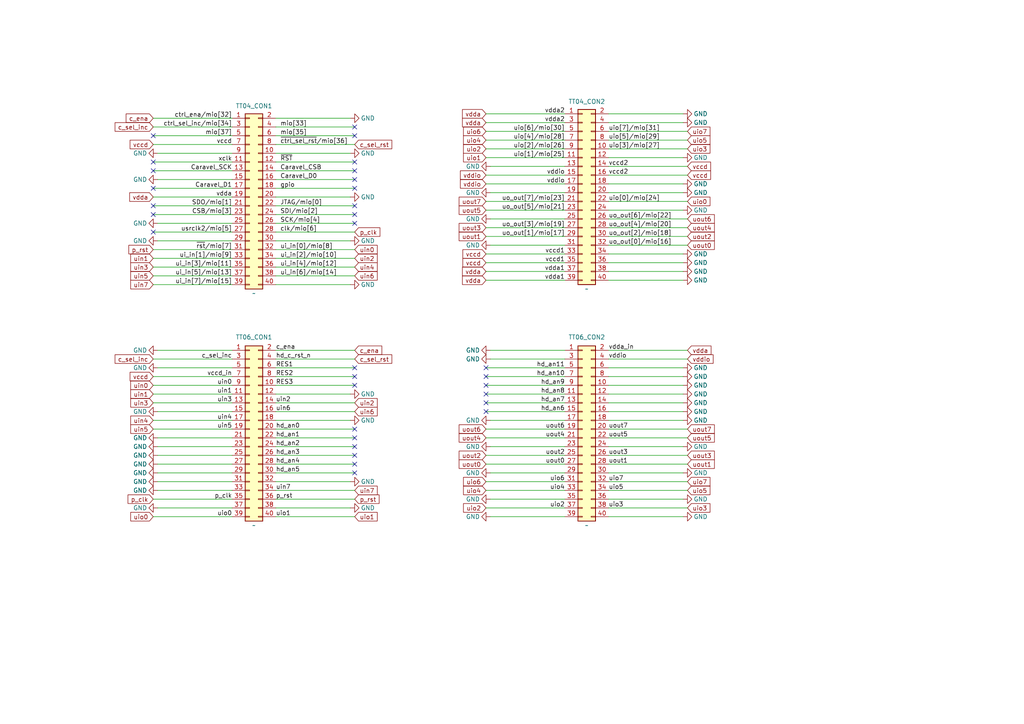
<source format=kicad_sch>
(kicad_sch (version 20231120) (generator "eeschema") (generator_version "8.0")
  (paper "A4")
  (lib_symbols
    (symbol "Connector_Generic:Conn_02x20_Odd_Even" (pin_names (offset 1.016) hide)
      (property "Reference" "J" (at 1.27 25.4 0))
      (property "Value" "Conn_02x20_Odd_Even" (at 1.27 -27.94 0))
      (symbol "Conn_02x20_Odd_Even_1_1"
        (rectangle (start -1.27 -25.273) (end 0 -25.527) (stroke (width 0.1524)))
        (rectangle (start -1.27 -22.733) (end 0 -22.987) (stroke (width 0.1524)))
        (rectangle (start -1.27 -20.193) (end 0 -20.447) (stroke (width 0.1524)))
        (rectangle (start -1.27 -17.653) (end 0 -17.907) (stroke (width 0.1524)))
        (rectangle (start -1.27 -15.113) (end 0 -15.367) (stroke (width 0.1524)))
        (rectangle (start -1.27 -12.573) (end 0 -12.827) (stroke (width 0.1524)))
        (rectangle (start -1.27 -10.033) (end 0 -10.287) (stroke (width 0.1524)))
        (rectangle (start -1.27 -7.493) (end 0 -7.747) (stroke (width 0.1524)))
        (rectangle (start -1.27 -4.953) (end 0 -5.207) (stroke (width 0.1524)))
        (rectangle (start -1.27 -2.413) (end 0 -2.667) (stroke (width 0.1524)))
        (rectangle (start -1.27 0.127) (end 0 -0.127) (stroke (width 0.1524)))
        (rectangle (start -1.27 2.667) (end 0 2.413) (stroke (width 0.1524)))
        (rectangle (start -1.27 5.207) (end 0 4.953) (stroke (width 0.1524)))
        (rectangle (start -1.27 7.747) (end 0 7.493) (stroke (width 0.1524)))
        (rectangle (start -1.27 10.287) (end 0 10.033) (stroke (width 0.1524)))
        (rectangle (start -1.27 12.827) (end 0 12.573) (stroke (width 0.1524)))
        (rectangle (start -1.27 15.367) (end 0 15.113) (stroke (width 0.1524)))
        (rectangle (start -1.27 17.907) (end 0 17.653) (stroke (width 0.1524)))
        (rectangle (start -1.27 20.447) (end 0 20.193) (stroke (width 0.1524)))
        (rectangle (start -1.27 22.987) (end 0 22.733) (stroke (width 0.1524)))
        (rectangle (start -1.27 24.13) (end 3.81 -26.67) (stroke (width 0.254)) (fill (type background)))
        (rectangle (start 3.81 -25.273) (end 2.54 -25.527) (stroke (width 0.1524)))
        (rectangle (start 3.81 -22.733) (end 2.54 -22.987) (stroke (width 0.1524)))
        (rectangle (start 3.81 -20.193) (end 2.54 -20.447) (stroke (width 0.1524)))
        (rectangle (start 3.81 -17.653) (end 2.54 -17.907) (stroke (width 0.1524)))
        (rectangle (start 3.81 -15.113) (end 2.54 -15.367) (stroke (width 0.1524)))
        (rectangle (start 3.81 -12.573) (end 2.54 -12.827) (stroke (width 0.1524)))
        (rectangle (start 3.81 -10.033) (end 2.54 -10.287) (stroke (width 0.1524)))
        (rectangle (start 3.81 -7.493) (end 2.54 -7.747) (stroke (width 0.1524)))
        (rectangle (start 3.81 -4.953) (end 2.54 -5.207) (stroke (width 0.1524)))
        (rectangle (start 3.81 -2.413) (end 2.54 -2.667) (stroke (width 0.1524)))
        (rectangle (start 3.81 0.127) (end 2.54 -0.127) (stroke (width 0.1524)))
        (rectangle (start 3.81 2.667) (end 2.54 2.413) (stroke (width 0.1524)))
        (rectangle (start 3.81 5.207) (end 2.54 4.953) (stroke (width 0.1524)))
        (rectangle (start 3.81 7.747) (end 2.54 7.493) (stroke (width 0.1524)))
        (rectangle (start 3.81 10.287) (end 2.54 10.033) (stroke (width 0.1524)))
        (rectangle (start 3.81 12.827) (end 2.54 12.573) (stroke (width 0.1524)))
        (rectangle (start 3.81 15.367) (end 2.54 15.113) (stroke (width 0.1524)))
        (rectangle (start 3.81 17.907) (end 2.54 17.653) (stroke (width 0.1524)))
        (rectangle (start 3.81 20.447) (end 2.54 20.193) (stroke (width 0.1524)))
        (rectangle (start 3.81 22.987) (end 2.54 22.733) (stroke (width 0.1524)))
        (pin passive line (at -5.08 22.86 0) (length 3.81) (name "Pin_1") (number "1"))
        (pin passive line (at 7.62 12.7 180) (length 3.81) (name "Pin_10") (number "10"))
        (pin passive line (at -5.08 10.16 0) (length 3.81) (name "Pin_11") (number "11"))
        (pin passive line (at 7.62 10.16 180) (length 3.81) (name "Pin_12") (number "12"))
        (pin passive line (at -5.08 7.62 0) (length 3.81) (name "Pin_13") (number "13"))
        (pin passive line (at 7.62 7.62 180) (length 3.81) (name "Pin_14") (number "14"))
        (pin passive line (at -5.08 5.08 0) (length 3.81) (name "Pin_15") (number "15"))
        (pin passive line (at 7.62 5.08 180) (length 3.81) (name "Pin_16") (number "16"))
        (pin passive line (at -5.08 2.54 0) (length 3.81) (name "Pin_17") (number "17"))
        (pin passive line (at 7.62 2.54 180) (length 3.81) (name "Pin_18") (number "18"))
        (pin passive line (at -5.08 0 0) (length 3.81) (name "Pin_19") (number "19"))
        (pin passive line (at 7.62 22.86 180) (length 3.81) (name "Pin_2") (number "2"))
        (pin passive line (at 7.62 0 180) (length 3.81) (name "Pin_20") (number "20"))
        (pin passive line (at -5.08 -2.54 0) (length 3.81) (name "Pin_21") (number "21"))
        (pin passive line (at 7.62 -2.54 180) (length 3.81) (name "Pin_22") (number "22"))
        (pin passive line (at -5.08 -5.08 0) (length 3.81) (name "Pin_23") (number "23"))
        (pin passive line (at 7.62 -5.08 180) (length 3.81) (name "Pin_24") (number "24"))
        (pin passive line (at -5.08 -7.62 0) (length 3.81) (name "Pin_25") (number "25"))
        (pin passive line (at 7.62 -7.62 180) (length 3.81) (name "Pin_26") (number "26"))
        (pin passive line (at -5.08 -10.16 0) (length 3.81) (name "Pin_27") (number "27"))
        (pin passive line (at 7.62 -10.16 180) (length 3.81) (name "Pin_28") (number "28"))
        (pin passive line (at -5.08 -12.7 0) (length 3.81) (name "Pin_29") (number "29"))
        (pin passive line (at -5.08 20.32 0) (length 3.81) (name "Pin_3") (number "3"))
        (pin passive line (at 7.62 -12.7 180) (length 3.81) (name "Pin_30") (number "30"))
        (pin passive line (at -5.08 -15.24 0) (length 3.81) (name "Pin_31") (number "31"))
        (pin passive line (at 7.62 -15.24 180) (length 3.81) (name "Pin_32") (number "32"))
        (pin passive line (at -5.08 -17.78 0) (length 3.81) (name "Pin_33") (number "33"))
        (pin passive line (at 7.62 -17.78 180) (length 3.81) (name "Pin_34") (number "34"))
        (pin passive line (at -5.08 -20.32 0) (length 3.81) (name "Pin_35") (number "35"))
        (pin passive line (at 7.62 -20.32 180) (length 3.81) (name "Pin_36") (number "36"))
        (pin passive line (at -5.08 -22.86 0) (length 3.81) (name "Pin_37") (number "37"))
        (pin passive line (at 7.62 -22.86 180) (length 3.81) (name "Pin_38") (number "38"))
        (pin passive line (at -5.08 -25.4 0) (length 3.81) (name "Pin_39") (number "39"))
        (pin passive line (at 7.62 20.32 180) (length 3.81) (name "Pin_4") (number "4"))
        (pin passive line (at 7.62 -25.4 180) (length 3.81) (name "Pin_40") (number "40"))
        (pin passive line (at -5.08 17.78 0) (length 3.81) (name "Pin_5") (number "5"))
        (pin passive line (at 7.62 17.78 180) (length 3.81) (name "Pin_6") (number "6"))
        (pin passive line (at -5.08 15.24 0) (length 3.81) (name "Pin_7") (number "7"))
        (pin passive line (at 7.62 15.24 180) (length 3.81) (name "Pin_8") (number "8"))
        (pin passive line (at -5.08 12.7 0) (length 3.81) (name "Pin_9") (number "9"))
      )
    )
    (symbol "power:GND" (power) (pin_names (offset 0))
      (property "Value" "GND" (at 0 -3.81 0))
      (symbol "GND_0_1"
        (polyline (pts (xy 0 0) (xy 0 -1.27) (xy 1.27 -1.27) (xy 0 -2.54) (xy -1.27 -1.27) (xy 0 -1.27)))
      )
      (symbol "GND_1_1"
        (pin power_in line (at 0 0 270) (length 0) hide (name "GND") (number "1"))
      )
    )
  )
  (no_connect (at 44.45 46.99))
  (no_connect (at 140.97 109.22))
  (no_connect (at 140.97 106.68))
  (no_connect (at 102.87 137.16))
  (no_connect (at 102.87 49.53))
  (no_connect (at 44.45 54.61))
  (no_connect (at 44.45 49.53))
  (no_connect (at 102.87 36.83))
  (no_connect (at 102.87 52.07))
  (no_connect (at 140.97 111.76))
  (no_connect (at 140.97 116.84))
  (no_connect (at 102.87 62.23))
  (no_connect (at 102.87 129.54))
  (no_connect (at 102.87 106.68))
  (no_connect (at 102.87 127))
  (no_connect (at 140.97 114.3))
  (no_connect (at 102.87 134.62))
  (no_connect (at 102.87 109.22))
  (no_connect (at 102.87 59.69))
  (no_connect (at 44.45 59.69))
  (no_connect (at 102.87 64.77))
  (no_connect (at 44.45 62.23))
  (no_connect (at 102.87 39.37))
  (no_connect (at 102.87 124.46))
  (no_connect (at 102.87 132.08))
  (no_connect (at 44.45 39.37))
  (no_connect (at 102.87 46.99))
  (no_connect (at 140.97 119.38))
  (no_connect (at 44.45 67.31))
  (no_connect (at 102.87 111.76))
  (no_connect (at 102.87 54.61))
  (wire (pts (xy 142.24 104.14) (xy 163.83 104.14)))
  (wire (pts (xy 176.53 101.6) (xy 199.39 101.6)))
  (wire (pts (xy 44.45 80.01) (xy 67.31 80.01)))
  (wire (pts (xy 44.45 36.83) (xy 67.31 36.83)))
  (wire (pts (xy 45.72 147.32) (xy 67.31 147.32)))
  (wire (pts (xy 140.97 132.08) (xy 163.83 132.08)))
  (wire (pts (xy 80.01 44.45) (xy 101.6 44.45)))
  (wire (pts (xy 44.45 114.3) (xy 67.31 114.3)))
  (wire (pts (xy 80.01 41.91) (xy 102.87 41.91)))
  (wire (pts (xy 142.24 144.78) (xy 163.83 144.78)))
  (wire (pts (xy 176.53 147.32) (xy 199.39 147.32)))
  (wire (pts (xy 142.24 101.6) (xy 163.83 101.6)))
  (wire (pts (xy 176.53 129.54) (xy 198.12 129.54)))
  (wire (pts (xy 140.97 81.28) (xy 163.83 81.28)))
  (wire (pts (xy 140.97 127) (xy 163.83 127)))
  (wire (pts (xy 44.45 144.78) (xy 67.31 144.78)))
  (wire (pts (xy 80.01 82.55) (xy 101.6 82.55)))
  (wire (pts (xy 140.97 116.84) (xy 163.83 116.84)))
  (wire (pts (xy 44.45 62.23) (xy 67.31 62.23)))
  (wire (pts (xy 45.72 64.77) (xy 67.31 64.77)))
  (wire (pts (xy 176.53 60.96) (xy 198.12 60.96)))
  (wire (pts (xy 142.24 149.86) (xy 163.83 149.86)))
  (wire (pts (xy 80.01 137.16) (xy 102.87 137.16)))
  (wire (pts (xy 44.45 67.31) (xy 67.31 67.31)))
  (wire (pts (xy 45.72 69.85) (xy 67.31 69.85)))
  (wire (pts (xy 45.72 101.6) (xy 67.31 101.6)))
  (wire (pts (xy 80.01 124.46) (xy 102.87 124.46)))
  (wire (pts (xy 142.24 63.5) (xy 163.83 63.5)))
  (wire (pts (xy 176.53 142.24) (xy 199.39 142.24)))
  (wire (pts (xy 176.53 45.72) (xy 198.12 45.72)))
  (wire (pts (xy 176.53 76.2) (xy 198.12 76.2)))
  (wire (pts (xy 101.6 69.85) (xy 80.01 69.85)))
  (wire (pts (xy 44.45 82.55) (xy 67.31 82.55)))
  (wire (pts (xy 140.97 142.24) (xy 163.83 142.24)))
  (wire (pts (xy 140.97 134.62) (xy 163.83 134.62)))
  (wire (pts (xy 80.01 129.54) (xy 102.87 129.54)))
  (wire (pts (xy 176.53 111.76) (xy 198.12 111.76)))
  (wire (pts (xy 140.97 111.76) (xy 163.83 111.76)))
  (wire (pts (xy 140.97 33.02) (xy 163.83 33.02)))
  (wire (pts (xy 80.01 77.47) (xy 102.87 77.47)))
  (wire (pts (xy 140.97 106.68) (xy 163.83 106.68)))
  (wire (pts (xy 176.53 144.78) (xy 198.12 144.78)))
  (wire (pts (xy 176.53 50.8) (xy 199.39 50.8)))
  (wire (pts (xy 140.97 50.8) (xy 163.83 50.8)))
  (wire (pts (xy 176.53 124.46) (xy 199.39 124.46)))
  (wire (pts (xy 44.45 49.53) (xy 67.31 49.53)))
  (wire (pts (xy 44.45 59.69) (xy 67.31 59.69)))
  (wire (pts (xy 44.45 34.29) (xy 67.31 34.29)))
  (wire (pts (xy 80.01 104.14) (xy 102.87 104.14)))
  (wire (pts (xy 176.53 78.74) (xy 198.12 78.74)))
  (wire (pts (xy 176.53 127) (xy 199.39 127)))
  (wire (pts (xy 176.53 106.68) (xy 198.12 106.68)))
  (wire (pts (xy 176.53 55.88) (xy 198.12 55.88)))
  (wire (pts (xy 44.45 149.86) (xy 67.31 149.86)))
  (wire (pts (xy 80.01 111.76) (xy 102.87 111.76)))
  (wire (pts (xy 80.01 134.62) (xy 102.87 134.62)))
  (wire (pts (xy 45.72 134.62) (xy 67.31 134.62)))
  (wire (pts (xy 140.97 119.38) (xy 163.83 119.38)))
  (wire (pts (xy 45.72 127) (xy 67.31 127)))
  (wire (pts (xy 44.45 109.22) (xy 67.31 109.22)))
  (wire (pts (xy 45.72 129.54) (xy 67.31 129.54)))
  (wire (pts (xy 44.45 57.15) (xy 67.31 57.15)))
  (wire (pts (xy 176.53 33.02) (xy 198.12 33.02)))
  (wire (pts (xy 44.45 54.61) (xy 67.31 54.61)))
  (wire (pts (xy 176.53 48.26) (xy 199.39 48.26)))
  (wire (pts (xy 80.01 62.23) (xy 102.87 62.23)))
  (wire (pts (xy 80.01 144.78) (xy 102.87 144.78)))
  (wire (pts (xy 45.72 132.08) (xy 67.31 132.08)))
  (wire (pts (xy 80.01 39.37) (xy 102.87 39.37)))
  (wire (pts (xy 142.24 71.12) (xy 163.83 71.12)))
  (wire (pts (xy 176.53 109.22) (xy 198.12 109.22)))
  (wire (pts (xy 140.97 73.66) (xy 163.83 73.66)))
  (wire (pts (xy 140.97 78.74) (xy 163.83 78.74)))
  (wire (pts (xy 44.45 104.14) (xy 67.31 104.14)))
  (wire (pts (xy 142.24 137.16) (xy 163.83 137.16)))
  (wire (pts (xy 140.97 45.72) (xy 163.83 45.72)))
  (wire (pts (xy 80.01 139.7) (xy 101.6 139.7)))
  (wire (pts (xy 80.01 34.29) (xy 101.6 34.29)))
  (wire (pts (xy 140.97 114.3) (xy 163.83 114.3)))
  (wire (pts (xy 142.24 55.88) (xy 163.83 55.88)))
  (wire (pts (xy 44.45 77.47) (xy 67.31 77.47)))
  (wire (pts (xy 140.97 58.42) (xy 163.83 58.42)))
  (wire (pts (xy 80.01 147.32) (xy 101.6 147.32)))
  (wire (pts (xy 176.53 66.04) (xy 199.39 66.04)))
  (wire (pts (xy 140.97 139.7) (xy 163.83 139.7)))
  (wire (pts (xy 45.72 106.68) (xy 67.31 106.68)))
  (wire (pts (xy 176.53 119.38) (xy 198.12 119.38)))
  (wire (pts (xy 45.72 119.38) (xy 67.31 119.38)))
  (wire (pts (xy 176.53 35.56) (xy 198.12 35.56)))
  (wire (pts (xy 80.01 80.01) (xy 102.87 80.01)))
  (wire (pts (xy 140.97 68.58) (xy 163.83 68.58)))
  (wire (pts (xy 176.53 132.08) (xy 199.39 132.08)))
  (wire (pts (xy 44.45 111.76) (xy 67.31 111.76)))
  (wire (pts (xy 44.45 116.84) (xy 67.31 116.84)))
  (wire (pts (xy 140.97 40.64) (xy 163.83 40.64)))
  (wire (pts (xy 80.01 106.68) (xy 102.87 106.68)))
  (wire (pts (xy 45.72 142.24) (xy 67.31 142.24)))
  (wire (pts (xy 176.53 134.62) (xy 199.39 134.62)))
  (wire (pts (xy 44.45 41.91) (xy 67.31 41.91)))
  (wire (pts (xy 80.01 72.39) (xy 102.87 72.39)))
  (wire (pts (xy 140.97 124.46) (xy 163.83 124.46)))
  (wire (pts (xy 80.01 116.84) (xy 102.87 116.84)))
  (wire (pts (xy 80.01 36.83) (xy 102.87 36.83)))
  (wire (pts (xy 45.72 137.16) (xy 67.31 137.16)))
  (wire (pts (xy 176.53 104.14) (xy 199.39 104.14)))
  (wire (pts (xy 142.24 48.26) (xy 163.83 48.26)))
  (wire (pts (xy 80.01 74.93) (xy 102.87 74.93)))
  (wire (pts (xy 140.97 43.18) (xy 163.83 43.18)))
  (wire (pts (xy 80.01 101.6) (xy 102.87 101.6)))
  (wire (pts (xy 80.01 114.3) (xy 101.6 114.3)))
  (wire (pts (xy 142.24 121.92) (xy 163.83 121.92)))
  (wire (pts (xy 176.53 53.34) (xy 198.12 53.34)))
  (wire (pts (xy 176.53 114.3) (xy 198.12 114.3)))
  (wire (pts (xy 45.72 52.07) (xy 67.31 52.07)))
  (wire (pts (xy 140.97 147.32) (xy 163.83 147.32)))
  (wire (pts (xy 80.01 49.53) (xy 102.87 49.53)))
  (wire (pts (xy 80.01 67.31) (xy 102.87 67.31)))
  (wire (pts (xy 176.53 71.12) (xy 199.39 71.12)))
  (wire (pts (xy 80.01 54.61) (xy 102.87 54.61)))
  (wire (pts (xy 176.53 68.58) (xy 199.39 68.58)))
  (wire (pts (xy 80.01 119.38) (xy 102.87 119.38)))
  (wire (pts (xy 140.97 53.34) (xy 163.83 53.34)))
  (wire (pts (xy 44.45 72.39) (xy 67.31 72.39)))
  (wire (pts (xy 80.01 127) (xy 102.87 127)))
  (wire (pts (xy 140.97 66.04) (xy 163.83 66.04)))
  (wire (pts (xy 80.01 109.22) (xy 102.87 109.22)))
  (wire (pts (xy 176.53 43.18) (xy 199.39 43.18)))
  (wire (pts (xy 44.45 46.99) (xy 67.31 46.99)))
  (wire (pts (xy 176.53 139.7) (xy 199.39 139.7)))
  (wire (pts (xy 80.01 64.77) (xy 102.87 64.77)))
  (wire (pts (xy 176.53 38.1) (xy 199.39 38.1)))
  (wire (pts (xy 140.97 109.22) (xy 163.83 109.22)))
  (wire (pts (xy 80.01 59.69) (xy 102.87 59.69)))
  (wire (pts (xy 176.53 81.28) (xy 198.12 81.28)))
  (wire (pts (xy 176.53 121.92) (xy 198.12 121.92)))
  (wire (pts (xy 176.53 40.64) (xy 199.39 40.64)))
  (wire (pts (xy 44.45 74.93) (xy 67.31 74.93)))
  (wire (pts (xy 176.53 73.66) (xy 198.12 73.66)))
  (wire (pts (xy 45.72 44.45) (xy 67.31 44.45)))
  (wire (pts (xy 140.97 76.2) (xy 163.83 76.2)))
  (wire (pts (xy 44.45 121.92) (xy 67.31 121.92)))
  (wire (pts (xy 80.01 52.07) (xy 102.87 52.07)))
  (wire (pts (xy 80.01 142.24) (xy 102.87 142.24)))
  (wire (pts (xy 44.45 39.37) (xy 67.31 39.37)))
  (wire (pts (xy 45.72 139.7) (xy 67.31 139.7)))
  (wire (pts (xy 80.01 57.15) (xy 101.6 57.15)))
  (wire (pts (xy 80.01 46.99) (xy 102.87 46.99)))
  (wire (pts (xy 140.97 35.56) (xy 163.83 35.56)))
  (wire (pts (xy 80.01 149.86) (xy 102.87 149.86)))
  (wire (pts (xy 80.01 121.92) (xy 101.6 121.92)))
  (wire (pts (xy 176.53 137.16) (xy 198.12 137.16)))
  (wire (pts (xy 176.53 149.86) (xy 198.12 149.86)))
  (wire (pts (xy 176.53 63.5) (xy 199.39 63.5)))
  (wire (pts (xy 176.53 116.84) (xy 198.12 116.84)))
  (wire (pts (xy 80.01 132.08) (xy 102.87 132.08)))
  (wire (pts (xy 44.45 124.46) (xy 67.31 124.46)))
  (wire (pts (xy 140.97 60.96) (xy 163.83 60.96)))
  (wire (pts (xy 140.97 38.1) (xy 163.83 38.1)))
  (wire (pts (xy 142.24 129.54) (xy 163.83 129.54)))
  (wire (pts (xy 176.53 58.42) (xy 199.39 58.42)))
  (label "uin6" (at 80.01 119.38 0))
  (label "uio[5]{slash}mio[29]" (at 176.53 40.64 0))
  (label "vddio" (at 163.83 53.34 180))
  (label "ui_in[5]{slash}mio[13]" (at 67.31 80.01 180))
  (label "hd_an7" (at 163.83 116.84 180))
  (label "mio[35]" (at 81.28 39.37 0))
  (label "uout3" (at 176.53 132.08 0))
  (label "ctrl_sel_inc{slash}mio[34]" (at 67.31 36.83 180))
  (label "uio[1]{slash}mio[25]" (at 163.83 45.72 180))
  (label "uo_out[1]{slash}mio[17]" (at 163.83 68.58 180))
  (label "uin5" (at 67.31 124.46 180))
  (label "CSB{slash}mio[3]" (at 67.31 62.23 180))
  (label "uio4" (at 163.83 142.24 180))
  (label "vccd1" (at 163.83 73.66 180))
  (label "vdda" (at 67.31 57.15 180))
  (label "hd_an3" (at 80.01 132.08 0))
  (label "vccd2" (at 176.53 48.26 0))
  (label "uio0" (at 67.31 149.86 180))
  (label "uo_out[7]{slash}mio[23]" (at 163.83 58.42 180))
  (label "uin2" (at 80.01 116.84 0))
  (label "SDO{slash}mio[1]" (at 67.31 59.69 180))
  (label "uo_out[2]{slash}mio[18]" (at 176.53 68.58 0))
  (label "uo_out[6]{slash}mio[22]" (at 176.53 63.5 0))
  (label "vdda1" (at 163.83 81.28 180))
  (label "mio[33]" (at 81.28 36.83 0))
  (label "vdda_in" (at 176.53 101.6 0))
  (label "uio5" (at 176.53 142.24 0))
  (label "c_sel_inc" (at 67.31 104.14 180))
  (label "ui_in[4]{slash}mio[12]" (at 81.28 77.47 0))
  (label "Caravel_D1" (at 67.31 54.61 180))
  (label "RES1" (at 80.01 106.68 0))
  (label "uio[3]{slash}mio[27]" (at 176.53 43.18 0))
  (label "uio2" (at 163.83 147.32 180))
  (label "hd_an5" (at 80.01 137.16 0))
  (label "hd_an4" (at 80.01 134.62 0))
  (label "uout5" (at 176.53 127 0))
  (label "uin1" (at 67.31 114.3 180))
  (label "Caravel_D0" (at 81.28 52.07 0))
  (label "vdda2" (at 163.83 35.56 180))
  (label "Caravel_CSB" (at 81.28 49.53 0))
  (label "uout7" (at 176.53 124.46 0))
  (label "uio3" (at 176.53 147.32 0))
  (label "SCK{slash}mio[4]" (at 81.28 64.77 0))
  (label "hd_an11" (at 163.83 106.68 180))
  (label "uin3" (at 67.31 116.84 180))
  (label "vccd" (at 67.31 41.91 180))
  (label "hd_an1" (at 80.01 127 0))
  (label "SDI{slash}mio[2]" (at 81.28 62.23 0))
  (label "uout4" (at 163.83 127 180))
  (label "mio[37]" (at 67.31 39.37 180))
  (label "hd_an2" (at 80.01 129.54 0))
  (label "uout2" (at 163.83 132.08 180))
  (label "RES3" (at 80.01 111.76 0))
  (label "hd_an10" (at 163.83 109.22 180))
  (label "hd_an0" (at 80.01 124.46 0))
  (label "uo_out[3]{slash}mio[19]" (at 163.83 66.04 180))
  (label "RES2" (at 80.01 109.22 0))
  (label "uio[7]{slash}mio[31]" (at 176.53 38.1 0))
  (label "ui_in[1]{slash}mio[9]" (at 67.31 74.93 180))
  (label "vccd1" (at 163.83 76.2 180))
  (label "vccd2" (at 176.53 50.8 0))
  (label "uio1" (at 80.01 149.86 0))
  (label "vddio" (at 163.83 50.8 180))
  (label "hd_an9" (at 163.83 111.76 180))
  (label "hd_an8" (at 163.83 114.3 180))
  (label "JTAG{slash}mio[0]" (at 81.28 59.69 0))
  (label "hd_an6" (at 163.83 119.38 180))
  (label "ctrl_ena{slash}mio[32]" (at 67.31 34.29 180))
  (label "uo_out[0]{slash}mio[16]" (at 176.53 71.12 0))
  (label "ui_in[6]{slash}mio[14]" (at 81.28 80.01 0))
  (label "~{rst}{slash}mio[7]" (at 67.31 72.39 180))
  (label "ui_in[0]{slash}mio[8]" (at 81.28 72.39 0))
  (label "uio7" (at 176.53 139.7 0))
  (label "uo_out[4]{slash}mio[20]" (at 176.53 66.04 0))
  (label "uout1" (at 176.53 134.62 0))
  (label "vdda1" (at 163.83 78.74 180))
  (label "vdda2" (at 163.83 33.02 180))
  (label "uin0" (at 67.31 111.76 180))
  (label "vddio" (at 176.53 104.14 0))
  (label "~{RST}" (at 81.28 46.99 0))
  (label "c_ena" (at 80.01 101.6 0))
  (label "xclk" (at 67.31 46.99 180))
  (label "Caravel_SCK" (at 67.31 49.53 180))
  (label "hd_c_rst_n" (at 80.01 104.14 0))
  (label "usrclk2{slash}mio[5]" (at 67.31 67.31 180))
  (label "p_rst" (at 80.01 144.78 0))
  (label "~{ctrl_sel_rst}{slash}mio[36]" (at 81.28 41.91 0))
  (label "uout6" (at 163.83 124.46 180))
  (label "uo_out[5]{slash}mio[21]" (at 163.83 60.96 180))
  (label "uin7" (at 80.01 142.24 0))
  (label "ui_in[3]{slash}mio[11]" (at 67.31 77.47 180))
  (label "gpio" (at 81.28 54.61 0))
  (label "uio[2]{slash}mio[26]" (at 163.83 43.18 180))
  (label "ui_in[7]{slash}mio[15]" (at 67.31 82.55 180))
  (label "clk{slash}mio[6]" (at 81.28 67.31 0))
  (label "uin4" (at 67.31 121.92 180))
  (label "uout0" (at 163.83 134.62 180))
  (label "uio[6]{slash}mio[30]" (at 163.83 38.1 180))
  (label "p_clk" (at 67.31 144.78 180))
  (label "ui_in[2]{slash}mio[10]" (at 81.28 74.93 0))
  (label "uio[0]{slash}mio[24]" (at 176.53 58.42 0))
  (label "uio6" (at 163.83 139.7 180))
  (label "vccd_in" (at 67.31 109.22 180))
  (label "uio[4]{slash}mio[28]" (at 163.83 40.64 180))
  (global_label "c_ena" (shape input) (at 44.45 34.29 180) (property "Intersheetrefs" "${INTERSHEET_REFS}" (effects (hide yes))))
  (global_label "uout4" (shape input) (at 199.39 66.04 0) (property "Intersheetrefs" "${INTERSHEET_REFS}" (effects (hide yes))))
  (global_label "vdda" (shape input) (at 199.39 101.6 0) (property "Intersheetrefs" "${INTERSHEET_REFS}" (effects (hide yes))))
  (global_label "c_sel_rst" (shape input) (at 102.87 41.91 0) (property "Intersheetrefs" "${INTERSHEET_REFS}" (effects (hide yes))))
  (global_label "p_rst" (shape input) (at 102.87 144.78 0) (property "Intersheetrefs" "${INTERSHEET_REFS}" (effects (hide yes))))
  (global_label "uin0" (shape input) (at 102.87 72.39 0) (property "Intersheetrefs" "${INTERSHEET_REFS}" (effects (hide yes))))
  (global_label "uin6" (shape input) (at 102.87 80.01 0) (property "Intersheetrefs" "${INTERSHEET_REFS}" (effects (hide yes))))
  (global_label "vccd" (shape input) (at 44.45 109.22 180) (property "Intersheetrefs" "${INTERSHEET_REFS}" (effects (hide yes))))
  (global_label "uio1" (shape input) (at 140.97 45.72 180) (property "Intersheetrefs" "${INTERSHEET_REFS}" (effects (hide yes))))
  (global_label "p_clk" (shape input) (at 102.87 67.31 0) (property "Intersheetrefs" "${INTERSHEET_REFS}" (effects (hide yes))))
  (global_label "vdda" (shape input) (at 140.97 78.74 180) (property "Intersheetrefs" "${INTERSHEET_REFS}" (effects (hide yes))))
  (global_label "vddio" (shape input) (at 199.39 104.14 0) (property "Intersheetrefs" "${INTERSHEET_REFS}" (effects (hide yes))))
  (global_label "uout1" (shape input) (at 199.39 134.62 0) (property "Intersheetrefs" "${INTERSHEET_REFS}" (effects (hide yes))))
  (global_label "vdda" (shape input) (at 44.45 57.15 180) (property "Intersheetrefs" "${INTERSHEET_REFS}" (effects (hide yes))))
  (global_label "uin1" (shape input) (at 44.45 74.93 180) (property "Intersheetrefs" "${INTERSHEET_REFS}" (effects (hide yes))))
  (global_label "uin7" (shape input) (at 102.87 142.24 0) (property "Intersheetrefs" "${INTERSHEET_REFS}" (effects (hide yes))))
  (global_label "uout3" (shape input) (at 199.39 132.08 0) (property "Intersheetrefs" "${INTERSHEET_REFS}" (effects (hide yes))))
  (global_label "vdda" (shape input) (at 140.97 33.02 180) (property "Intersheetrefs" "${INTERSHEET_REFS}" (effects (hide yes))))
  (global_label "uout4" (shape input) (at 140.97 127 180) (property "Intersheetrefs" "${INTERSHEET_REFS}" (effects (hide yes))))
  (global_label "uio2" (shape input) (at 140.97 147.32 180) (property "Intersheetrefs" "${INTERSHEET_REFS}" (effects (hide yes))))
  (global_label "uout6" (shape input) (at 140.97 124.46 180) (property "Intersheetrefs" "${INTERSHEET_REFS}" (effects (hide yes))))
  (global_label "uin3" (shape input) (at 44.45 116.84 180) (property "Intersheetrefs" "${INTERSHEET_REFS}" (effects (hide yes))))
  (global_label "uio6" (shape input) (at 140.97 139.7 180) (property "Intersheetrefs" "${INTERSHEET_REFS}" (effects (hide yes))))
  (global_label "vdda" (shape input) (at 140.97 35.56 180) (property "Intersheetrefs" "${INTERSHEET_REFS}" (effects (hide yes))))
  (global_label "uio3" (shape input) (at 199.39 43.18 0) (property "Intersheetrefs" "${INTERSHEET_REFS}" (effects (hide yes))))
  (global_label "vccd" (shape input) (at 199.39 48.26 0) (property "Intersheetrefs" "${INTERSHEET_REFS}" (effects (hide yes))))
  (global_label "uout2" (shape input) (at 140.97 132.08 180) (property "Intersheetrefs" "${INTERSHEET_REFS}" (effects (hide yes))))
  (global_label "uin4" (shape input) (at 102.87 77.47 0) (property "Intersheetrefs" "${INTERSHEET_REFS}" (effects (hide yes))))
  (global_label "uout5" (shape input) (at 140.97 60.96 180) (property "Intersheetrefs" "${INTERSHEET_REFS}" (effects (hide yes))))
  (global_label "uout2" (shape input) (at 199.39 68.58 0) (property "Intersheetrefs" "${INTERSHEET_REFS}" (effects (hide yes))))
  (global_label "uin4" (shape input) (at 44.45 121.92 180) (property "Intersheetrefs" "${INTERSHEET_REFS}" (effects (hide yes))))
  (global_label "uio0" (shape input) (at 199.39 58.42 0) (property "Intersheetrefs" "${INTERSHEET_REFS}" (effects (hide yes))))
  (global_label "vccd" (shape input) (at 199.39 50.8 0) (property "Intersheetrefs" "${INTERSHEET_REFS}" (effects (hide yes))))
  (global_label "c_sel_inc" (shape input) (at 44.45 36.83 180) (property "Intersheetrefs" "${INTERSHEET_REFS}" (effects (hide yes))))
  (global_label "uin6" (shape input) (at 102.87 119.38 0) (property "Intersheetrefs" "${INTERSHEET_REFS}" (effects (hide yes))))
  (global_label "uout5" (shape input) (at 199.39 127 0) (property "Intersheetrefs" "${INTERSHEET_REFS}" (effects (hide yes))))
  (global_label "uin2" (shape input) (at 102.87 74.93 0) (property "Intersheetrefs" "${INTERSHEET_REFS}" (effects (hide yes))))
  (global_label "uio4" (shape input) (at 140.97 142.24 180) (property "Intersheetrefs" "${INTERSHEET_REFS}" (effects (hide yes))))
  (global_label "uio7" (shape input) (at 199.39 139.7 0) (property "Intersheetrefs" "${INTERSHEET_REFS}" (effects (hide yes))))
  (global_label "uout7" (shape input) (at 140.97 58.42 180) (property "Intersheetrefs" "${INTERSHEET_REFS}" (effects (hide yes))))
  (global_label "uin5" (shape input) (at 44.45 80.01 180) (property "Intersheetrefs" "${INTERSHEET_REFS}" (effects (hide yes))))
  (global_label "uin0" (shape input) (at 44.45 111.76 180) (property "Intersheetrefs" "${INTERSHEET_REFS}" (effects (hide yes))))
  (global_label "vddio" (shape input) (at 140.97 50.8 180) (property "Intersheetrefs" "${INTERSHEET_REFS}" (effects (hide yes))))
  (global_label "uio4" (shape input) (at 140.97 40.64 180) (property "Intersheetrefs" "${INTERSHEET_REFS}" (effects (hide yes))))
  (global_label "vccd" (shape input) (at 140.97 76.2 180) (property "Intersheetrefs" "${INTERSHEET_REFS}" (effects (hide yes))))
  (global_label "uin7" (shape input) (at 44.45 82.55 180) (property "Intersheetrefs" "${INTERSHEET_REFS}" (effects (hide yes))))
  (global_label "uio5" (shape input) (at 199.39 142.24 0) (property "Intersheetrefs" "${INTERSHEET_REFS}" (effects (hide yes))))
  (global_label "vdda" (shape input) (at 140.97 81.28 180) (property "Intersheetrefs" "${INTERSHEET_REFS}" (effects (hide yes))))
  (global_label "uout1" (shape input) (at 140.97 68.58 180) (property "Intersheetrefs" "${INTERSHEET_REFS}" (effects (hide yes))))
  (global_label "uin2" (shape input) (at 102.87 116.84 0) (property "Intersheetrefs" "${INTERSHEET_REFS}" (effects (hide yes))))
  (global_label "vccd" (shape input) (at 140.97 73.66 180) (property "Intersheetrefs" "${INTERSHEET_REFS}" (effects (hide yes))))
  (global_label "uin1" (shape input) (at 44.45 114.3 180) (property "Intersheetrefs" "${INTERSHEET_REFS}" (effects (hide yes))))
  (global_label "uio7" (shape input) (at 199.39 38.1 0) (property "Intersheetrefs" "${INTERSHEET_REFS}" (effects (hide yes))))
  (global_label "vccd" (shape input) (at 44.45 41.91 180) (property "Intersheetrefs" "${INTERSHEET_REFS}" (effects (hide yes))))
  (global_label "uout0" (shape input) (at 199.39 71.12 0) (property "Intersheetrefs" "${INTERSHEET_REFS}" (effects (hide yes))))
  (global_label "uout6" (shape input) (at 199.39 63.5 0) (property "Intersheetrefs" "${INTERSHEET_REFS}" (effects (hide yes))))
  (global_label "uio3" (shape input) (at 199.39 147.32 0) (property "Intersheetrefs" "${INTERSHEET_REFS}" (effects (hide yes))))
  (global_label "c_sel_rst" (shape input) (at 102.87 104.14 0) (property "Intersheetrefs" "${INTERSHEET_REFS}" (effects (hide yes))))
  (global_label "p_clk" (shape input) (at 44.45 144.78 180) (property "Intersheetrefs" "${INTERSHEET_REFS}" (effects (hide yes))))
  (global_label "c_sel_inc" (shape input) (at 44.45 104.14 180) (property "Intersheetrefs" "${INTERSHEET_REFS}" (effects (hide yes))))
  (global_label "uin3" (shape input) (at 44.45 77.47 180) (property "Intersheetrefs" "${INTERSHEET_REFS}" (effects (hide yes))))
  (global_label "uio2" (shape input) (at 140.97 43.18 180) (property "Intersheetrefs" "${INTERSHEET_REFS}" (effects (hide yes))))
  (global_label "p_rst" (shape input) (at 44.45 72.39 180) (property "Intersheetrefs" "${INTERSHEET_REFS}" (effects (hide yes))))
  (global_label "uout3" (shape input) (at 140.97 66.04 180) (property "Intersheetrefs" "${INTERSHEET_REFS}" (effects (hide yes))))
  (global_label "uio6" (shape input) (at 140.97 38.1 180) (property "Intersheetrefs" "${INTERSHEET_REFS}" (effects (hide yes))))
  (global_label "uio1" (shape input) (at 102.87 149.86 0) (property "Intersheetrefs" "${INTERSHEET_REFS}" (effects (hide yes))))
  (global_label "uin5" (shape input) (at 44.45 124.46 180) (property "Intersheetrefs" "${INTERSHEET_REFS}" (effects (hide yes))))
  (global_label "uio5" (shape input) (at 199.39 40.64 0) (property "Intersheetrefs" "${INTERSHEET_REFS}" (effects (hide yes))))
  (global_label "vddio" (shape input) (at 140.97 53.34 180) (property "Intersheetrefs" "${INTERSHEET_REFS}" (effects (hide yes))))
  (global_label "uio0" (shape input) (at 44.45 149.86 180) (property "Intersheetrefs" "${INTERSHEET_REFS}" (effects (hide yes))))
  (global_label "uout0" (shape input) (at 140.97 134.62 180) (property "Intersheetrefs" "${INTERSHEET_REFS}" (effects (hide yes))))
  (global_label "uout7" (shape input) (at 199.39 124.46 0) (property "Intersheetrefs" "${INTERSHEET_REFS}" (effects (hide yes))))
  (global_label "c_ena" (shape input) (at 102.87 101.6 0) (property "Intersheetrefs" "${INTERSHEET_REFS}" (effects (hide yes))))
  (symbol (lib_id "power:GND") (at 142.24 129.54 270) (unit 1)
    (property "Reference" "#PWR042" (effects (hide yes)))
    (property "Value" "GND" (at 137.16 129.54 90))
  )
  (symbol (lib_id "power:GND") (at 198.12 109.22 90) (unit 1)
    (property "Reference" "#PWR047" (effects (hide yes)))
    (property "Value" "GND" (at 203.2 109.22 90))
  )
  (symbol (lib_id "power:GND") (at 45.72 52.07 270) (unit 1)
    (property "Reference" "#PWR03" (effects (hide yes)))
    (property "Value" "GND" (at 40.64 52.07 90))
  )
  (symbol (lib_id "power:GND") (at 198.12 55.88 90) (unit 1)
    (property "Reference" "#PWR018" (effects (hide yes)))
    (property "Value" "GND" (at 203.2 55.88 90))
  )
  (symbol (lib_id "power:GND") (at 45.72 134.62 270) (unit 1)
    (property "Reference" "#PWR030" (effects (hide yes)))
    (property "Value" "GND" (at 40.64 134.62 90))
  )
  (symbol (lib_id "power:GND") (at 198.12 119.38 90) (unit 1)
    (property "Reference" "#PWR051" (effects (hide yes)))
    (property "Value" "GND" (at 203.2 119.38 90))
  )
  (symbol (lib_id "power:GND") (at 142.24 121.92 270) (unit 1)
    (property "Reference" "#PWR041" (effects (hide yes)))
    (property "Value" "GND" (at 137.16 121.92 90))
  )
  (symbol (lib_id "power:GND") (at 142.24 63.5 270) (unit 1)
    (property "Reference" "#PWR01" (effects (hide yes)))
    (property "Value" "GND" (at 137.16 63.5 90))
  )
  (symbol (lib_id "power:GND") (at 101.6 82.55 90) (unit 1)
    (property "Reference" "#PWR016" (effects (hide yes)))
    (property "Value" "GND" (at 106.68 82.55 90))
  )
  (symbol (lib_id "power:GND") (at 142.24 149.86 270) (unit 1)
    (property "Reference" "#PWR045" (effects (hide yes)))
    (property "Value" "GND" (at 137.16 149.86 90))
  )
  (symbol (lib_id "Connector_Generic:Conn_02x20_Odd_Even") (at 168.91 55.88 0) (unit 1)
    (property "Reference" "TT04_CON2" (at 170.18 29.464 0))
    (property "Value" "~" (at 170.18 83.82 0))
    (property "Footprint" "TinyTapeout:FH-00148_PinSocket_2x20_P2.54mm" (effects (hide yes)))
    (property "MPN" "NPTC202KFMS-RC" (effects (hide yes)))
    (property "MPN_ALT" "FH-00148" (effects (hide yes)))
    (property "Characteristics" "2x20 100 mil Receptacle SMT" (effects (hide yes)))
    (property "DigikeyPN" "S5690-ND" (effects (hide yes)))
    (property "JLC" "C2685092" (effects (hide yes)))
  )
  (symbol (lib_id "power:GND") (at 198.12 35.56 90) (unit 1)
    (property "Reference" "#PWR013" (effects (hide yes)))
    (property "Value" "GND" (at 203.2 35.56 90))
  )
  (symbol (lib_id "power:GND") (at 198.12 33.02 90) (unit 1)
    (property "Reference" "#PWR012" (effects (hide yes)))
    (property "Value" "GND" (at 203.2 33.02 90))
  )
  (symbol (lib_id "power:GND") (at 142.24 101.6 270) (unit 1)
    (property "Reference" "#PWR039" (effects (hide yes)))
    (property "Value" "GND" (at 137.16 101.6 90))
  )
  (symbol (lib_id "power:GND") (at 45.72 64.77 270) (unit 1)
    (property "Reference" "#PWR04" (effects (hide yes)))
    (property "Value" "GND" (at 40.64 64.77 90))
  )
  (symbol (lib_id "power:GND") (at 198.12 60.96 90) (unit 1)
    (property "Reference" "#PWR019" (effects (hide yes)))
    (property "Value" "GND" (at 203.2 60.96 90))
  )
  (symbol (lib_id "power:GND") (at 101.6 57.15 90) (unit 1)
    (property "Reference" "#PWR015" (effects (hide yes)))
    (property "Value" "GND" (at 106.68 57.15 90))
  )
  (symbol (lib_id "power:GND") (at 45.72 106.68 270) (unit 1)
    (property "Reference" "#PWR025" (effects (hide yes)))
    (property "Value" "GND" (at 40.64 106.68 90))
  )
  (symbol (lib_id "power:GND") (at 101.6 121.92 90) (unit 1)
    (property "Reference" "#PWR037" (effects (hide yes)))
    (property "Value" "GND" (at 106.68 121.92 90))
  )
  (symbol (lib_id "power:GND") (at 45.72 127 270) (unit 1)
    (property "Reference" "#PWR027" (effects (hide yes)))
    (property "Value" "GND" (at 40.64 127 90))
  )
  (symbol (lib_id "power:GND") (at 142.24 144.78 270) (unit 1)
    (property "Reference" "#PWR044" (effects (hide yes)))
    (property "Value" "GND" (at 137.16 144.78 90))
  )
  (symbol (lib_id "power:GND") (at 101.6 139.7 90) (unit 1)
    (property "Reference" "#PWR035" (effects (hide yes)))
    (property "Value" "GND" (at 106.68 139.7 90))
  )
  (symbol (lib_id "power:GND") (at 101.6 69.85 90) (unit 1)
    (property "Reference" "#PWR011" (effects (hide yes)))
    (property "Value" "GND" (at 106.68 69.85 90))
  )
  (symbol (lib_id "power:GND") (at 45.72 44.45 270) (unit 1)
    (property "Reference" "#PWR02" (effects (hide yes)))
    (property "Value" "GND" (at 40.64 44.45 90))
  )
  (symbol (lib_id "power:GND") (at 45.72 132.08 270) (unit 1)
    (property "Reference" "#PWR029" (effects (hide yes)))
    (property "Value" "GND" (at 40.64 132.08 90))
  )
  (symbol (lib_id "power:GND") (at 198.12 129.54 90) (unit 1)
    (property "Reference" "#PWR053" (effects (hide yes)))
    (property "Value" "GND" (at 203.2 129.54 90))
  )
  (symbol (lib_id "power:GND") (at 142.24 71.12 270) (unit 1)
    (property "Reference" "#PWR08" (effects (hide yes)))
    (property "Value" "GND" (at 137.16 71.12 90))
  )
  (symbol (lib_id "power:GND") (at 198.12 114.3 90) (unit 1)
    (property "Reference" "#PWR049" (effects (hide yes)))
    (property "Value" "GND" (at 203.2 114.3 90))
  )
  (symbol (lib_id "power:GND") (at 198.12 53.34 90) (unit 1)
    (property "Reference" "#PWR017" (effects (hide yes)))
    (property "Value" "GND" (at 203.2 53.34 90))
  )
  (symbol (lib_id "power:GND") (at 198.12 78.74 90) (unit 1)
    (property "Reference" "#PWR022" (effects (hide yes)))
    (property "Value" "GND" (at 203.2 78.74 90))
  )
  (symbol (lib_id "power:GND") (at 142.24 137.16 270) (unit 1)
    (property "Reference" "#PWR043" (effects (hide yes)))
    (property "Value" "GND" (at 137.16 137.16 90))
  )
  (symbol (lib_id "power:GND") (at 101.6 114.3 90) (unit 1)
    (property "Reference" "#PWR036" (effects (hide yes)))
    (property "Value" "GND" (at 106.68 114.3 90))
  )
  (symbol (lib_id "power:GND") (at 45.72 119.38 270) (unit 1)
    (property "Reference" "#PWR026" (effects (hide yes)))
    (property "Value" "GND" (at 40.64 119.38 90))
  )
  (symbol (lib_id "power:GND") (at 198.12 45.72 90) (unit 1)
    (property "Reference" "#PWR014" (effects (hide yes)))
    (property "Value" "GND" (at 203.2 45.72 90))
  )
  (symbol (lib_id "power:GND") (at 198.12 144.78 90) (unit 1)
    (property "Reference" "#PWR055" (effects (hide yes)))
    (property "Value" "GND" (at 203.2 144.78 90))
  )
  (symbol (lib_id "Connector_Generic:Conn_02x20_Odd_Even") (at 72.39 57.15 0) (unit 1)
    (property "Reference" "TT04_CON1" (at 73.66 30.734 0))
    (property "Value" "~" (at 73.66 85.09 0))
    (property "Footprint" "TinyTapeout:FH-00148_PinSocket_2x20_P2.54mm" (effects (hide yes)))
    (property "MPN" "NPTC202KFMS-RC" (effects (hide yes)))
    (property "MPN_ALT" "FH-00148" (effects (hide yes)))
    (property "Characteristics" "2x20 100 mil Receptacle SMT" (effects (hide yes)))
    (property "DigikeyPN" "S5690-ND" (effects (hide yes)))
    (property "JLC" "C2685092" (effects (hide yes)))
  )
  (symbol (lib_id "power:GND") (at 45.72 139.7 270) (unit 1)
    (property "Reference" "#PWR032" (effects (hide yes)))
    (property "Value" "GND" (at 40.64 139.7 90))
  )
  (symbol (lib_id "Connector_Generic:Conn_02x20_Odd_Even") (at 168.91 124.46 0) (unit 1)
    (property "Reference" "TT06_CON2" (at 170.18 97.79 0))
    (property "Value" "~" (at 170.18 152.4 0))
    (property "Footprint" "Connector_PinHeader_2.54mm:PinHeader_2x20_P2.54mm_Vertical_SMD" (effects (hide yes)))
    (property "MPN" "95157-440LF" (effects (hide yes)))
    (property "MPN_ALT" "PZ254-2-20-S" (effects (hide yes)))
    (property "Characteristics" "2x20 100 mil Header SMT" (effects (hide yes)))
    (property "DigikeyPN" "609-3124-ND" (effects (hide yes)))
    (property "JLC" "C3294478" (effects (hide yes)))
  )
  (symbol (lib_id "power:GND") (at 101.6 34.29 90) (unit 1)
    (property "Reference" "#PWR09" (effects (hide yes)))
    (property "Value" "GND" (at 106.68 34.29 90))
  )
  (symbol (lib_id "power:GND") (at 45.72 69.85 270) (unit 1)
    (property "Reference" "#PWR05" (effects (hide yes)))
    (property "Value" "GND" (at 40.64 69.85 90))
  )
  (symbol (lib_id "power:GND") (at 198.12 111.76 90) (unit 1)
    (property "Reference" "#PWR048" (effects (hide yes)))
    (property "Value" "GND" (at 203.2 111.76 90))
  )
  (symbol (lib_id "power:GND") (at 142.24 48.26 270) (unit 1)
    (property "Reference" "#PWR06" (effects (hide yes)))
    (property "Value" "GND" (at 137.16 48.26 90))
  )
  (symbol (lib_id "power:GND") (at 45.72 101.6 270) (unit 1)
    (property "Reference" "#PWR024" (effects (hide yes)))
    (property "Value" "GND" (at 40.64 101.6 90))
  )
  (symbol (lib_id "power:GND") (at 142.24 55.88 270) (unit 1)
    (property "Reference" "#PWR07" (effects (hide yes)))
    (property "Value" "GND" (at 137.16 55.88 90))
  )
  (symbol (lib_id "power:GND") (at 198.12 116.84 90) (unit 1)
    (property "Reference" "#PWR050" (effects (hide yes)))
    (property "Value" "GND" (at 203.2 116.84 90))
  )
  (symbol (lib_id "power:GND") (at 101.6 147.32 90) (unit 1)
    (property "Reference" "#PWR038" (effects (hide yes)))
    (property "Value" "GND" (at 106.68 147.32 90))
  )
  (symbol (lib_id "power:GND") (at 45.72 137.16 270) (unit 1)
    (property "Reference" "#PWR031" (effects (hide yes)))
    (property "Value" "GND" (at 40.64 137.16 90))
  )
  (symbol (lib_id "power:GND") (at 198.12 73.66 90) (unit 1)
    (property "Reference" "#PWR020" (effects (hide yes)))
    (property "Value" "GND" (at 203.2 73.66 90))
  )
  (symbol (lib_id "power:GND") (at 45.72 147.32 270) (unit 1)
    (property "Reference" "#PWR034" (effects (hide yes)))
    (property "Value" "GND" (at 40.64 147.32 90))
  )
  (symbol (lib_id "power:GND") (at 45.72 142.24 270) (unit 1)
    (property "Reference" "#PWR033" (effects (hide yes)))
    (property "Value" "GND" (at 40.64 142.24 90))
  )
  (symbol (lib_id "power:GND") (at 198.12 106.68 90) (unit 1)
    (property "Reference" "#PWR046" (effects (hide yes)))
    (property "Value" "GND" (at 203.2 106.68 90))
  )
  (symbol (lib_id "Connector_Generic:Conn_02x20_Odd_Even") (at 72.39 124.46 0) (unit 1)
    (property "Reference" "TT06_CON1" (at 73.66 97.79 0))
    (property "Value" "~" (at 73.66 152.4 0))
    (property "Footprint" "Connector_PinHeader_2.54mm:PinHeader_2x20_P2.54mm_Vertical_SMD" (effects (hide yes)))
    (property "MPN" "95157-440LF" (effects (hide yes)))
    (property "MPN_ALT" "PZ254-2-20-S" (effects (hide yes)))
    (property "Characteristics" "2x20 100 mil Header SMT" (effects (hide yes)))
    (property "DigikeyPN" "609-3124-ND" (effects (hide yes)))
    (property "JLC" "C3294478" (effects (hide yes)))
  )
  (symbol (lib_id "power:GND") (at 101.6 44.45 90) (unit 1)
    (property "Reference" "#PWR010" (effects (hide yes)))
    (property "Value" "GND" (at 106.68 44.45 90))
  )
  (symbol (lib_id "power:GND") (at 45.72 129.54 270) (unit 1)
    (property "Reference" "#PWR028" (effects (hide yes)))
    (property "Value" "GND" (at 40.64 129.54 90))
  )
  (symbol (lib_id "power:GND") (at 198.12 76.2 90) (unit 1)
    (property "Reference" "#PWR021" (effects (hide yes)))
    (property "Value" "GND" (at 203.2 76.2 90))
  )
  (symbol (lib_id "power:GND") (at 198.12 137.16 90) (unit 1)
    (property "Reference" "#PWR054" (effects (hide yes)))
    (property "Value" "GND" (at 203.2 137.16 90))
  )
  (symbol (lib_id "power:GND") (at 198.12 121.92 90) (unit 1)
    (property "Reference" "#PWR052" (effects (hide yes)))
    (property "Value" "GND" (at 203.2 121.92 90))
  )
  (symbol (lib_id "power:GND") (at 142.24 104.14 270) (unit 1)
    (property "Reference" "#PWR040" (effects (hide yes)))
    (property "Value" "GND" (at 137.16 104.14 90))
  )
  (symbol (lib_id "power:GND") (at 198.12 81.28 90) (unit 1)
    (property "Reference" "#PWR023" (effects (hide yes)))
    (property "Value" "GND" (at 203.2 81.28 90))
  )
  (symbol (lib_id "power:GND") (at 198.12 149.86 90) (unit 1)
    (property "Reference" "#PWR056" (effects (hide yes)))
    (property "Value" "GND" (at 203.2 149.86 90))
  )
)
</source>
